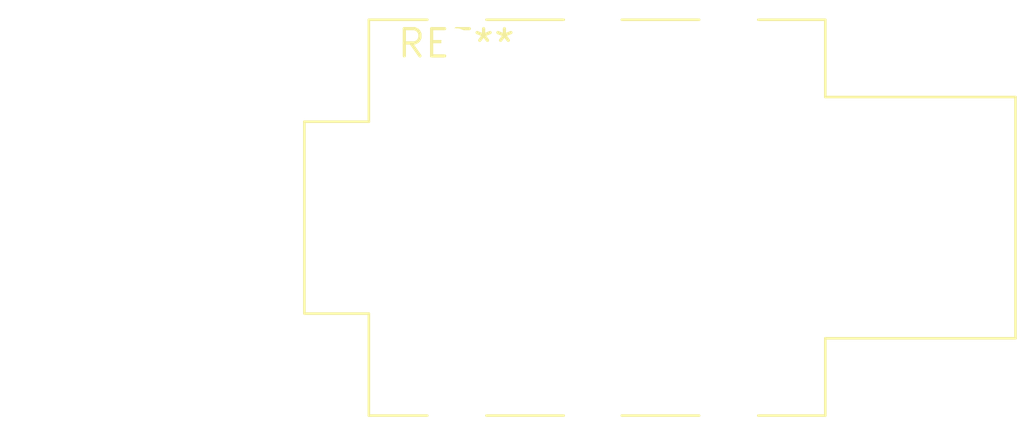
<source format=kicad_pcb>
(kicad_pcb (version 20240108) (generator pcbnew)
  (layers (0 "F.Cu" signal) (31 "B.Cu" signal) (34 "B.Paste" user) (35 "F.Paste" user) (36 "B.SilkS" user "B.Silkscreen") (37 "F.SilkS" user "F.Silkscreen") (38 "B.Mask" user) (39 "F.Mask" user) (44 "Edge.Cuts" user))
  (net 0 "")
  (footprint "Jack_6.35mm_Neutrik_NMJ6HHD2_Horizontal" (layer "F.Cu") (at 0 0)
    (property "Reference" "REF**")
    (property "Value" "Jack_6.35mm_Neutrik_NMJ6HHD2_Horizontal")
    (fp_line (start -7.07 3.645) (end -4.07 3.645) (layer "F.SilkS") (stroke (width 0.12)))
    (fp_line (start -7.07 12.545) (end -7.07 3.645) (layer "F.SilkS") (stroke (width 0.12)))
    (fp_line (start -7.07 12.585) (end -4.07 12.585) (layer "F.SilkS") (stroke (width 0.12)))
    (fp_line (start -4.07 -1.105) (end -1.35 -1.105) (layer "F.SilkS") (stroke (width 0.12)))
    (fp_line (start -4.07 3.645) (end -4.07 -1.105) (layer "F.SilkS") (stroke (width 0.12)))
    (fp_line (start -4.07 17.335) (end -4.07 12.585) (layer "F.SilkS") (stroke (width 0.12)))
    (fp_line (start -1.35 17.335) (end -4.07 17.335) (layer "F.SilkS") (stroke (width 0.12)))
    (fp_line (start 1.4 -1.105) (end 5 -1.105) (layer "F.SilkS") (stroke (width 0.12)))
    (fp_line (start 5 17.335) (end 1.4 17.335) (layer "F.SilkS") (stroke (width 0.12)))
    (fp_line (start 7.7 -1.105) (end 11.3 -1.105) (layer "F.SilkS") (stroke (width 0.12)))
    (fp_line (start 11.3 17.335) (end 7.7 17.335) (layer "F.SilkS") (stroke (width 0.12)))
    (fp_line (start 17.17 -1.105) (end 14.05 -1.105) (layer "F.SilkS") (stroke (width 0.12)))
    (fp_line (start 17.17 2.495) (end 17.17 -1.105) (layer "F.SilkS") (stroke (width 0.12)))
    (fp_line (start 17.17 2.495) (end 26.02 2.495) (layer "F.SilkS") (stroke (width 0.12)))
    (fp_line (start 17.17 13.735) (end 26.02 13.735) (layer "F.SilkS") (stroke (width 0.12)))
    (fp_line (start 17.17 17.335) (end 14.05 17.335) (layer "F.SilkS") (stroke (width 0.12)))
    (fp_line (start 17.17 17.335) (end 17.17 13.735) (layer "F.SilkS") (stroke (width 0.12)))
    (fp_line (start 26.02 13.735) (end 26.02 2.495) (layer "F.SilkS") (stroke (width 0.12)))
    (pad "R" thru_hole circle (at 6.35 0) (size 3 3) (drill 1.4) (layers *.Cu *.Mask) (remove_unused_layers))
    (pad "RN" thru_hole circle (at 6.35 16.23) (size 3 3) (drill 1.4) (layers *.Cu *.Mask) (remove_unused_layers))
    (pad "S" thru_hole circle (at 12.7 0) (size 3 3) (drill 1.4) (layers *.Cu *.Mask) (remove_unused_layers))
    (pad "SN" thru_hole circle (at 12.7 16.23) (size 3 3) (drill 1.4) (layers *.Cu *.Mask) (remove_unused_layers))
    (pad "T" thru_hole circle (at 0 0) (size 3 3) (drill 1.4) (layers *.Cu *.Mask) (remove_unused_layers))
    (pad "TN" thru_hole circle (at 0 16.23) (size 3 3) (drill 1.4) (layers *.Cu *.Mask) (remove_unused_layers))
  )
)
</source>
